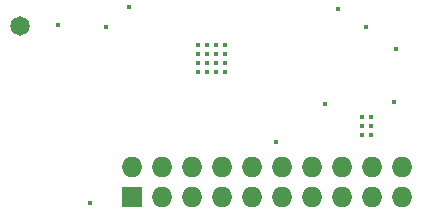
<source format=gbr>
G04 #@! TF.FileFunction,Soldermask,Bot*
%FSLAX46Y46*%
G04 Gerber Fmt 4.6, Leading zero omitted, Abs format (unit mm)*
G04 Created by KiCad (PCBNEW 4.0.6-e0-6349~53~ubuntu16.04.1) date Sun Jul  2 22:52:24 2017*
%MOMM*%
%LPD*%
G01*
G04 APERTURE LIST*
%ADD10C,0.100000*%
%ADD11R,1.727200X1.727200*%
%ADD12O,1.727200X1.727200*%
%ADD13C,0.381000*%
%ADD14C,1.651000*%
G04 APERTURE END LIST*
D10*
D11*
X120586500Y-84645500D03*
D12*
X120586500Y-82105500D03*
X123126500Y-84645500D03*
X123126500Y-82105500D03*
X125666500Y-84645500D03*
X125666500Y-82105500D03*
X128206500Y-84645500D03*
X128206500Y-82105500D03*
X130746500Y-84645500D03*
X130746500Y-82105500D03*
X133286500Y-84645500D03*
X133286500Y-82105500D03*
X135826500Y-84645500D03*
X135826500Y-82105500D03*
X138366500Y-84645500D03*
X138366500Y-82105500D03*
X140906500Y-84645500D03*
X140906500Y-82105500D03*
X143446500Y-84645500D03*
X143446500Y-82105500D03*
D13*
X140017500Y-77914500D03*
X140779500Y-77914500D03*
X140017500Y-78676500D03*
X140779500Y-78676500D03*
X140017500Y-79438500D03*
X140779500Y-79438500D03*
X126174500Y-71818500D03*
X126936500Y-71818500D03*
X127698500Y-71818500D03*
X128460500Y-71818500D03*
X126174500Y-72580500D03*
X126174500Y-73342500D03*
X126174500Y-74104500D03*
X126936500Y-72580500D03*
X127698500Y-72580500D03*
X128460500Y-72580500D03*
X126936500Y-73342500D03*
X127698500Y-73342500D03*
X128460500Y-73342500D03*
X126936500Y-74104500D03*
X127698500Y-74104500D03*
X128460500Y-74104500D03*
X142748000Y-76644500D03*
D14*
X111061500Y-70231000D03*
D13*
X116967000Y-85217000D03*
X120269000Y-68580000D03*
X114300000Y-70104000D03*
X118364000Y-70294500D03*
X140335000Y-70294500D03*
X142938500Y-72136000D03*
X136906000Y-76835000D03*
X137985500Y-68770500D03*
X132715000Y-80010000D03*
M02*

</source>
